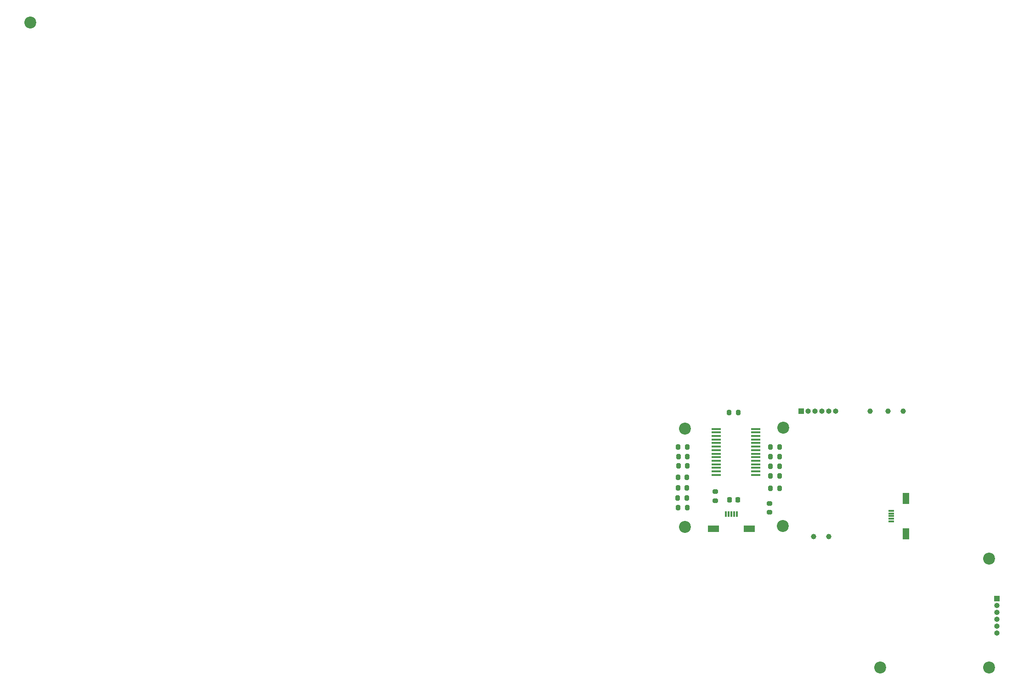
<source format=gbr>
%TF.GenerationSoftware,KiCad,Pcbnew,7.0.10*%
%TF.CreationDate,2024-02-20T20:24:08-05:00*%
%TF.ProjectId,GBoyGcPlus,47426f79-4763-4506-9c75-732e6b696361,rev?*%
%TF.SameCoordinates,Original*%
%TF.FileFunction,Soldermask,Top*%
%TF.FilePolarity,Negative*%
%FSLAX46Y46*%
G04 Gerber Fmt 4.6, Leading zero omitted, Abs format (unit mm)*
G04 Created by KiCad (PCBNEW 7.0.10) date 2024-02-20 20:24:08*
%MOMM*%
%LPD*%
G01*
G04 APERTURE LIST*
G04 Aperture macros list*
%AMRoundRect*
0 Rectangle with rounded corners*
0 $1 Rounding radius*
0 $2 $3 $4 $5 $6 $7 $8 $9 X,Y pos of 4 corners*
0 Add a 4 corners polygon primitive as box body*
4,1,4,$2,$3,$4,$5,$6,$7,$8,$9,$2,$3,0*
0 Add four circle primitives for the rounded corners*
1,1,$1+$1,$2,$3*
1,1,$1+$1,$4,$5*
1,1,$1+$1,$6,$7*
1,1,$1+$1,$8,$9*
0 Add four rect primitives between the rounded corners*
20,1,$1+$1,$2,$3,$4,$5,0*
20,1,$1+$1,$4,$5,$6,$7,0*
20,1,$1+$1,$6,$7,$8,$9,0*
20,1,$1+$1,$8,$9,$2,$3,0*%
G04 Aperture macros list end*
%ADD10R,1.000000X0.300000*%
%ADD11R,1.300000X2.000000*%
%ADD12R,0.300000X1.000000*%
%ADD13R,2.000000X1.300000*%
%ADD14C,2.200000*%
%ADD15RoundRect,0.225000X-0.225000X-0.250000X0.225000X-0.250000X0.225000X0.250000X-0.225000X0.250000X0*%
%ADD16R,1.655601X0.431800*%
%ADD17RoundRect,0.200000X-0.200000X-0.275000X0.200000X-0.275000X0.200000X0.275000X-0.200000X0.275000X0*%
%ADD18RoundRect,0.200000X0.275000X-0.200000X0.275000X0.200000X-0.275000X0.200000X-0.275000X-0.200000X0*%
%ADD19C,1.000000*%
%ADD20RoundRect,0.200000X0.200000X0.275000X-0.200000X0.275000X-0.200000X-0.275000X0.200000X-0.275000X0*%
%ADD21R,1.000000X1.000000*%
%ADD22O,1.000000X1.000000*%
G04 APERTURE END LIST*
D10*
%TO.C,J3*%
X161126000Y-94472001D03*
X161126000Y-93971999D03*
X161126000Y-93472000D03*
X161126000Y-92972001D03*
X161126000Y-92471999D03*
D11*
X163825999Y-96771998D03*
X163825999Y-90172002D03*
%TD*%
D12*
%TO.C,J4*%
X130650001Y-93130001D03*
X131150003Y-93130001D03*
X131650002Y-93130001D03*
X132150001Y-93130001D03*
X132650003Y-93130001D03*
D13*
X128350004Y-95830000D03*
X134950000Y-95830000D03*
%TD*%
D14*
%TO.C,H7*%
X2475000Y-2475000D03*
%TD*%
%TO.C,H1*%
X123110000Y-77310000D03*
%TD*%
D15*
%TO.C,C1*%
X131340000Y-90500000D03*
X132890000Y-90500000D03*
%TD*%
D16*
%TO.C,U1*%
X136144000Y-77410001D03*
X136144000Y-78060002D03*
X136144000Y-78710001D03*
X136144000Y-79360002D03*
X136144000Y-80010000D03*
X136144000Y-80660002D03*
X136144000Y-81310000D03*
X136144000Y-81960002D03*
X136144000Y-82610000D03*
X136144000Y-83260002D03*
X136144000Y-83910000D03*
X136144000Y-84560001D03*
X136144000Y-85210000D03*
X136144000Y-85860001D03*
X128888398Y-85859999D03*
X128888398Y-85210000D03*
X128888398Y-84559999D03*
X128888398Y-83910000D03*
X128888398Y-83259999D03*
X128888398Y-82610000D03*
X128888398Y-81959999D03*
X128888398Y-81310000D03*
X128888398Y-80660002D03*
X128888398Y-80010000D03*
X128888398Y-79360002D03*
X128888398Y-78710001D03*
X128888398Y-78060002D03*
X128888398Y-77410001D03*
%TD*%
D17*
%TO.C,R1*%
X138875000Y-80772000D03*
X140525000Y-80772000D03*
%TD*%
%TO.C,R12*%
X138875000Y-86106000D03*
X140525000Y-86106000D03*
%TD*%
%TO.C,R14*%
X138875000Y-82550000D03*
X140525000Y-82550000D03*
%TD*%
D18*
%TO.C,R15*%
X128740000Y-90595000D03*
X128740000Y-88945000D03*
%TD*%
D17*
%TO.C,R8*%
X121857000Y-91930000D03*
X123507000Y-91930000D03*
%TD*%
D19*
%TO.C,TP4*%
X146812000Y-97282000D03*
%TD*%
D20*
%TO.C,R9*%
X132905000Y-74422000D03*
X131255000Y-74422000D03*
%TD*%
D21*
%TO.C,J1*%
X144526000Y-74168000D03*
D22*
X145796000Y-74168000D03*
X147066000Y-74168000D03*
X148336000Y-74168000D03*
X149606000Y-74168000D03*
X150876000Y-74168000D03*
%TD*%
D17*
%TO.C,R4*%
X121900000Y-84230000D03*
X123550000Y-84230000D03*
%TD*%
%TO.C,R3*%
X121900000Y-82520000D03*
X123550000Y-82520000D03*
%TD*%
%TO.C,R6*%
X121840000Y-88300000D03*
X123490000Y-88300000D03*
%TD*%
D19*
%TO.C,GND*%
X163322000Y-74168000D03*
%TD*%
D18*
%TO.C,R16*%
X138684000Y-92773000D03*
X138684000Y-91123000D03*
%TD*%
D17*
%TO.C,R7*%
X121795000Y-90150000D03*
X123445000Y-90150000D03*
%TD*%
%TO.C,R13*%
X138875000Y-84328000D03*
X140525000Y-84328000D03*
%TD*%
D19*
%TO.C,3v3*%
X160528000Y-74168000D03*
%TD*%
D14*
%TO.C,H4*%
X179150000Y-101320000D03*
%TD*%
D17*
%TO.C,R11*%
X138875000Y-88392000D03*
X140525000Y-88392000D03*
%TD*%
%TO.C,R5*%
X121810000Y-86290000D03*
X123460000Y-86290000D03*
%TD*%
D14*
%TO.C,H5*%
X141224000Y-77216000D03*
%TD*%
%TO.C,H6*%
X159130000Y-121350000D03*
%TD*%
D21*
%TO.C,J2*%
X180590000Y-108640000D03*
D22*
X180590000Y-109910000D03*
X180590000Y-111180000D03*
X180590000Y-112450000D03*
X180590000Y-113720000D03*
X180590000Y-114990000D03*
%TD*%
D14*
%TO.C,H8*%
X179130000Y-121390000D03*
%TD*%
%TO.C,H2*%
X141130000Y-95330000D03*
%TD*%
D19*
%TO.C,D*%
X157226000Y-74168000D03*
%TD*%
%TO.C,TP5*%
X149606000Y-97282000D03*
%TD*%
D14*
%TO.C,H3*%
X123140000Y-95440000D03*
%TD*%
D17*
%TO.C,R2*%
X121857000Y-80772000D03*
X123507000Y-80772000D03*
%TD*%
M02*

</source>
